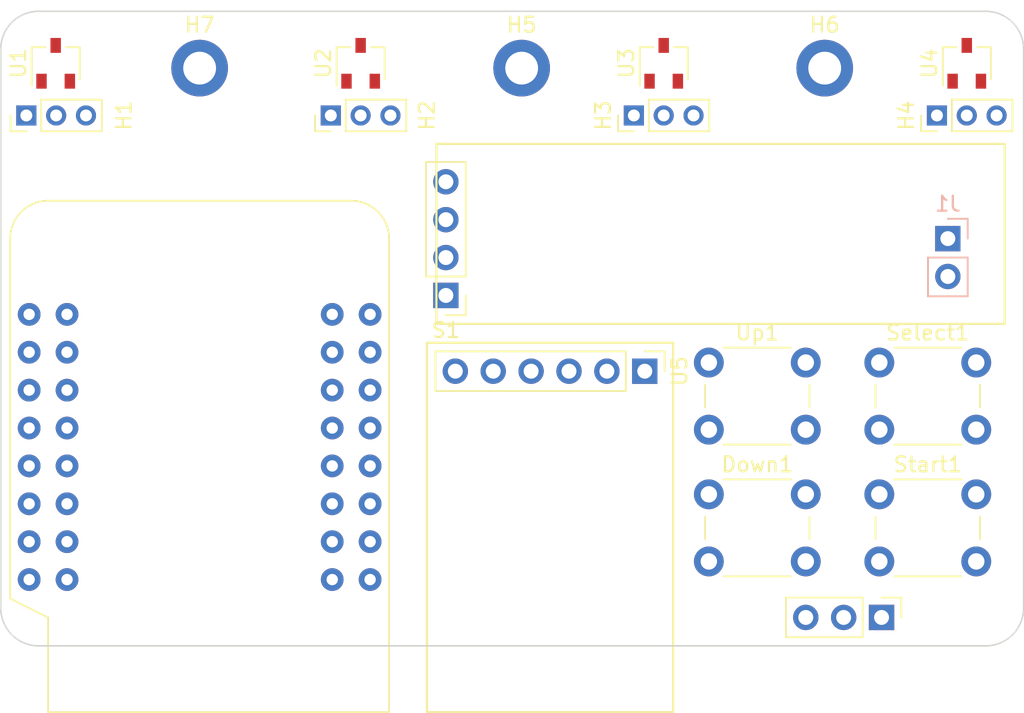
<source format=kicad_pcb>
(kicad_pcb (version 20211014) (generator pcbnew)
  (layers (0 "F.Cu" signal) (31 "B.Cu" signal) (34 "B.Paste" user) (35 "F.Paste" user) (36 "B.SilkS" user "B.Silkscreen") (37 "F.SilkS" user "F.Silkscreen") (38 "B.Mask" user) (39 "F.Mask" user) (44 "Edge.Cuts" user))
  (net 0 "")
  (net 1 "GND")
  (net 2 "/Down")
  (net 3 "+3.3V")
  (net 4 "/GPIO_2_ADC1_1")
  (net 5 "/GPIO_3_ADC1_2")
  (net 6 "/GPIO_4_ADC1_3")
  (net 7 "/GPIO_5_ADC1_4")
  (net 8 "/BatGND")
  (net 9 "/BatV3-7")
  (net 10 "+5V")
  (net 11 "/SCL33")
  (net 12 "/SDA34")
  (net 13 "/Select")
  (net 14 "/Start")
  (net 21 "/Up")
  (net 38 "/BatterPowered")
  (net 39 "/ChargingMode")
  (footprint "Connector_PinHeader_2.54mm:PinHeader_1x03_P2.54mm_Vertical" (layer "F.Cu") (at 193.04 113.03 -90)
    (fp_text reference "Switch1" hide)
    (fp_text value "SW_SPDT" hide)
    (fp_line (start -1.33 6.41) (end 1.33 6.41) (layer "F.SilkS") (width 0.12))
    (fp_line (start -1.33 1.27) (end -1.33 6.41) (layer "F.SilkS") (width 0.12))
    (fp_line (start 1.33 1.27) (end 1.33 6.41) (layer "F.SilkS") (width 0.12))
    (fp_line (start -1.33 0) (end -1.33 -1.33) (layer "F.SilkS") (width 0.12))
    (fp_line (start -1.33 -1.33) (end 0 -1.33) (layer "F.SilkS") (width 0.12))
    (fp_line (start -1.33 1.27) (end 1.33 1.27) (layer "F.SilkS") (width 0.12))
    (pad "1" thru_hole rect (at 0 0 270) (size 1.7 1.7) (drill 1) (layers *.Cu *.Mask) (net 38 "/BatterPowered"))
    (pad "2" thru_hole oval (at 0 2.54 270) (size 1.7 1.7) (drill 1) (layers *.Cu *.Mask) (net 10 "+5V"))
    (pad "3" thru_hole oval (at 0 5.08 270) (size 1.7 1.7) (drill 1) (layers *.Cu *.Mask) (net 39 "/ChargingMode"))
  )
  (footprint "MountingHole:MountingHole_2.2mm_M2_DIN965_Pad" (layer "F.Cu") (at 168.91 76.2)
    (fp_text reference "H5" (at 0 -2.9) (layer "F.SilkS"))
    (fp_text value "MountingHole_Pad" hide)
    (pad "1" thru_hole circle (at 0 0) (size 3.8 3.8) (drill 2.2) (layers *.Cu *.Mask) (net 1 "GND"))
  )
  (footprint "Connector_PinHeader_2.00mm:PinHeader_1x03_P2.00mm_Vertical" (layer "F.Cu") (at 196.755 79.375 90)
    (fp_text reference "H4" (at 0 -2.06 90) (layer "F.SilkS"))
    (fp_text value "Hall-49E" hide)
    (fp_line (start -1.06 1) (end 1.06 1) (layer "F.SilkS") (width 0.12))
    (fp_line (start -1.06 5.06) (end 1.06 5.06) (layer "F.SilkS") (width 0.12))
    (fp_line (start -1.06 1) (end -1.06 5.06) (layer "F.SilkS") (width 0.12))
    (fp_line (start -1.06 -1.06) (end 0 -1.06) (layer "F.SilkS") (width 0.12))
    (fp_line (start 1.06 1) (end 1.06 5.06) (layer "F.SilkS") (width 0.12))
    (fp_line (start -1.06 0) (end -1.06 -1.06) (layer "F.SilkS") (width 0.12))
    (pad "1" thru_hole rect (at 0 0 90) (size 1.35 1.35) (drill 0.8) (layers *.Cu *.Mask) (net 3 "+3.3V"))
    (pad "2" thru_hole oval (at 0 2 90) (size 1.35 1.35) (drill 0.8) (layers *.Cu *.Mask) (net 1 "GND"))
    (pad "3" thru_hole oval (at 0 4 90) (size 1.35 1.35) (drill 0.8) (layers *.Cu *.Mask) (net 7 "/GPIO_5_ADC1_4"))
  )
  (footprint "Button_Switch_THT:SW_PUSH_6mm" (layer "F.Cu") (at 192.89 95.94)
    (fp_text reference "Select1" (at 3.25 -2) (layer "F.SilkS"))
    (fp_text value "SW_Push" hide)
    (fp_line (start -0.25 1.5) (end -0.25 3) (layer "F.SilkS") (width 0.12))
    (fp_line (start 1 5.5) (end 5.5 5.5) (layer "F.SilkS") (width 0.12))
    (fp_line (start 6.75 3) (end 6.75 1.5) (layer "F.SilkS") (width 0.12))
    (fp_line (start 5.5 -1) (end 1 -1) (layer "F.SilkS") (width 0.12))
    (pad "1" thru_hole circle (at 0 0 90) (size 2 2) (drill 1.1) (layers *.Cu *.Mask) (net 1 "GND"))
    (pad "1" thru_hole circle (at 6.5 0 90) (size 2 2) (drill 1.1) (layers *.Cu *.Mask) (net 1 "GND"))
    (pad "2" thru_hole circle (at 6.5 4.5 90) (size 2 2) (drill 1.1) (layers *.Cu *.Mask) (net 13 "/Select"))
    (pad "2" thru_hole circle (at 0 4.5 90) (size 2 2) (drill 1.1) (layers *.Cu *.Mask) (net 13 "/Select"))
  )
  (footprint "Connector_PinHeader_2.54mm:PinHeader_1x04_P2.54mm_Vertical" (layer "F.Cu") (at 163.83 91.44 180)
    (fp_text reference "S1" (at 0 -2.33) (layer "F.SilkS"))
    (fp_text value "SSD1306")
    (fp_line (start 1.33 1.27) (end 1.33 8.95) (layer "F.SilkS") (width 0.12))
    (fp_line (start -1.33 1.27) (end -1.33 8.95) (layer "F.SilkS") (width 0.12))
    (fp_line (start -1.33 1.27) (end 1.33 1.27) (layer "F.SilkS") (width 0.12))
    (fp_line (start -1.33 8.95) (end 1.33 8.95) (layer "F.SilkS") (width 0.12))
    (fp_line (start -1.33 -1.33) (end 0 -1.33) (layer "F.SilkS") (width 0.12))
    (fp_line (start -1.33 0) (end -1.33 -1.33) (layer "F.SilkS") (width 0.12))
    (pad "1" thru_hole rect (at 0 0 180) (size 1.7 1.7) (drill 1) (layers *.Cu *.Mask) (net 1 "GND"))
    (pad "2" thru_hole oval (at 0 2.54 180) (size 1.7 1.7) (drill 1) (layers *.Cu *.Mask) (net 10 "+5V"))
    (pad "3" thru_hole oval (at 0 5.08 180) (size 1.7 1.7) (drill 1) (layers *.Cu *.Mask) (net 11 "/SCL33"))
    (pad "4" thru_hole oval (at 0 7.62 180) (size 1.7 1.7) (drill 1) (layers *.Cu *.Mask) (net 12 "/SDA34"))
  )
  (footprint "Connector_PinHeader_2.00mm:PinHeader_1x03_P2.00mm_Vertical" (layer "F.Cu") (at 156.115 79.375 90)
    (fp_text reference "H2" (at 0 6.445 90) (layer "F.SilkS"))
    (fp_text value "Hall-49E" hide)
    (fp_line (start -1.06 0) (end -1.06 -1.06) (layer "F.SilkS") (width 0.12))
    (fp_line (start -1.06 1) (end 1.06 1) (layer "F.SilkS") (width 0.12))
    (fp_line (start 1.06 1) (end 1.06 5.06) (layer "F.SilkS") (width 0.12))
    (fp_line (start -1.06 5.06) (end 1.06 5.06) (layer "F.SilkS") (width 0.12))
    (fp_line (start -1.06 -1.06) (end 0 -1.06) (layer "F.SilkS") (width 0.12))
    (fp_line (start -1.06 1) (end -1.06 5.06) (layer "F.SilkS") (width 0.12))
    (pad "1" thru_hole rect (at 0 0 90) (size 1.35 1.35) (drill 0.8) (layers *.Cu *.Mask) (net 3 "+3.3V"))
    (pad "2" thru_hole oval (at 0 2 90) (size 1.35 1.35) (drill 0.8) (layers *.Cu *.Mask) (net 1 "GND"))
    (pad "3" thru_hole oval (at 0 4 90) (size 1.35 1.35) (drill 0.8) (layers *.Cu *.Mask) (net 5 "/GPIO_3_ADC1_2"))
  )
  (footprint "Connector_PinHeader_2.00mm:PinHeader_1x03_P2.00mm_Vertical" (layer "F.Cu") (at 176.435 79.375 90)
    (fp_text reference "H3" (at 0 -2.06 90) (layer "F.SilkS"))
    (fp_text value "Hall-49E" hide)
    (fp_line (start -1.06 1) (end 1.06 1) (layer "F.SilkS") (width 0.12))
    (fp_line (start -1.06 -1.06) (end 0 -1.06) (layer "F.SilkS") (width 0.12))
    (fp_line (start -1.06 5.06) (end 1.06 5.06) (layer "F.SilkS") (width 0.12))
    (fp_line (start -1.06 0) (end -1.06 -1.06) (layer "F.SilkS") (width 0.12))
    (fp_line (start -1.06 1) (end -1.06 5.06) (layer "F.SilkS") (width 0.12))
    (fp_line (start 1.06 1) (end 1.06 5.06) (layer "F.SilkS") (width 0.12))
    (pad "1" thru_hole rect (at 0 0 90) (size 1.35 1.35) (drill 0.8) (layers *.Cu *.Mask) (net 3 "+3.3V"))
    (pad "2" thru_hole oval (at 0 2 90) (size 1.35 1.35) (drill 0.8) (layers *.Cu *.Mask) (net 1 "GND"))
    (pad "3" thru_hole oval (at 0 4 90) (size 1.35 1.35) (drill 0.8) (layers *.Cu *.Mask) (net 6 "/GPIO_4_ADC1_3"))
  )
  (footprint "Button_Switch_THT:SW_PUSH_6mm" (layer "F.Cu") (at 181.46 95.94)
    (fp_text reference "Up1" (at 3.25 -2) (layer "F.SilkS"))
    (fp_text value "SW_Push" hide)
    (fp_line (start -0.25 1.5) (end -0.25 3) (layer "F.SilkS") (width 0.12))
    (fp_line (start 1 5.5) (end 5.5 5.5) (layer "F.SilkS") (width 0.12))
    (fp_line (start 6.75 3) (end 6.75 1.5) (layer "F.SilkS") (width 0.12))
    (fp_line (start 5.5 -1) (end 1 -1) (layer "F.SilkS") (width 0.12))
    (pad "1" thru_hole circle (at 6.5 0 90) (size 2 2) (drill 1.1) (layers *.Cu *.Mask) (net 1 "GND"))
    (pad "1" thru_hole circle (at 0 0 90) (size 2 2) (drill 1.1) (layers *.Cu *.Mask) (net 1 "GND"))
    (pad "2" thru_hole circle (at 6.5 4.5 90) (size 2 2) (drill 1.1) (layers *.Cu *.Mask) (net 21 "/Up"))
    (pad "2" thru_hole circle (at 0 4.5 90) (size 2 2) (drill 1.1) (layers *.Cu *.Mask) (net 21 "/Up"))
  )
  (footprint "Package_TO_SOT_SMD:SOT-23W" (layer "F.Cu") (at 137.668 75.876 90)
    (fp_text reference "U1" (at 0 -2.5 90) (layer "F.SilkS"))
    (fp_text value "A1101ELHL" hide)
    (fp_line (start 1.075 0.7) (end 1.075 1.61) (layer "F.SilkS") (width 0.12))
    (fp_line (start -1.5 -1.61) (end 1.075 -1.61) (layer "F.SilkS") (width 0.12))
    (fp_line (start 1.075 -1.61) (end 1.075 -0.7) (layer "F.SilkS") (width 0.12))
    (fp_line (start -1.075 1.61) (end 1.075 1.61) (layer "F.SilkS") (width 0.12))
    (pad "1" smd rect (at -1.2 -0.95 90) (size 1 0.7) (layers "F.Cu" "F.Paste" "F.Mask"))
    (pad "2" smd rect (at -1.2 0.95 90) (size 1 0.7) (layers "F.Cu" "F.Paste" "F.Mask") (net 4 "/GPIO_2_ADC1_1"))
    (pad "3" smd rect (at 1.2 0 90) (size 1 0.7) (layers "F.Cu" "F.Paste" "F.Mask") (net 1 "GND"))
  )
  (footprint "Button_Switch_THT:SW_PUSH_6mm" (layer "F.Cu") (at 181.46 104.775)
    (fp_text reference "Down1" (at 3.25 -2) (layer "F.SilkS"))
    (fp_text value "SW_Push" hide)
    (fp_line (start 6.75 3) (end 6.75 1.5) (layer "F.SilkS") (width 0.12))
    (fp_line (start 5.5 -1) (end 1 -1) (layer "F.SilkS") (width 0.12))
    (fp_line (start 1 5.5) (end 5.5 5.5) (layer "F.SilkS") (width 0.12))
    (fp_line (start -0.25 1.5) (end -0.25 3) (layer "F.SilkS") (width 0.12))
    (pad "1" thru_hole circle (at 6.5 0 90) (size 2 2) (drill 1.1) (layers *.Cu *.Mask) (net 1 "GND"))
    (pad "1" thru_hole circle (at 0 0 90) (size 2 2) (drill 1.1) (layers *.Cu *.Mask) (net 1 "GND"))
    (pad "2" thru_hole circle (at 0 4.5 90) (size 2 2) (drill 1.1) (layers *.Cu *.Mask) (net 2 "/Down"))
    (pad "2" thru_hole circle (at 6.5 4.5 90) (size 2 2) (drill 1.1) (layers *.Cu *.Mask) (net 2 "/Down"))
  )
  (footprint "Package_TO_SOT_SMD:SOT-23W" (layer "F.Cu") (at 158.115 75.876 90)
    (fp_text reference "U2" (at 0 -2.5 90) (layer "F.SilkS"))
    (fp_text value "A1101ELHL" hide)
    (fp_line (start 1.075 -1.61) (end 1.075 -0.7) (layer "F.SilkS") (width 0.12))
    (fp_line (start 1.075 0.7) (end 1.075 1.61) (layer "F.SilkS") (width 0.12))
    (fp_line (start -1.075 1.61) (end 1.075 1.61) (layer "F.SilkS") (width 0.12))
    (fp_line (start -1.5 -1.61) (end 1.075 -1.61) (layer "F.SilkS") (width 0.12))
    (pad "1" smd rect (at -1.2 -0.95 90) (size 1 0.7) (layers "F.Cu" "F.Paste" "F.Mask"))
    (pad "2" smd rect (at -1.2 0.95 90) (size 1 0.7) (layers "F.Cu" "F.Paste" "F.Mask") (net 5 "/GPIO_3_ADC1_2"))
    (pad "3" smd rect (at 1.2 0 90) (size 1 0.7) (layers "F.Cu" "F.Paste" "F.Mask") (net 1 "GND"))
  )
  (footprint "MountingHole:MountingHole_2.2mm_M2_DIN965_Pad" (layer "F.Cu") (at 147.32 76.2)
    (fp_text reference "H7" (at 0 -2.9) (layer "F.SilkS"))
    (fp_text value "MountingHole_Pad" hide)
    (pad "1" thru_hole circle (at 0 0) (size 3.8 3.8) (drill 2.2) (layers *.Cu *.Mask) (net 1 "GND"))
  )
  (footprint "MountingHole:MountingHole_2.2mm_M2_DIN965_Pad" (layer "F.Cu") (at 189.23 76.2)
    (fp_text reference "H6" (at 0 -2.9) (layer "F.SilkS"))
    (fp_text value "MountingHole_Pad" hide)
    (pad "1" thru_hole circle (at 0 0) (size 3.8 3.8) (drill 2.2) (layers *.Cu *.Mask) (net 1 "GND"))
  )
  (footprint "Package_TO_SOT_SMD:SOT-23W" (layer "F.Cu") (at 198.755 75.876 90)
    (fp_text reference "U4" (at 0 -2.5 90) (layer "F.SilkS"))
    (fp_text value "A1101ELHL" hide)
    (fp_line (start 1.075 -1.61) (end 1.075 -0.7) (layer "F.SilkS") (width 0.12))
    (fp_line (start -1.5 -1.61) (end 1.075 -1.61) (layer "F.SilkS") (width 0.12))
    (fp_line (start -1.075 1.61) (end 1.075 1.61) (layer "F.SilkS") (width 0.12))
    (fp_line (start 1.075 0.7) (end 1.075 1.61) (layer "F.SilkS") (width 0.12))
    (pad "1" smd rect (at -1.2 -0.95 90) (size 1 0.7) (layers "F.Cu" "F.Paste" "F.Mask"))
    (pad "2" smd rect (at -1.2 0.95 90) (size 1 0.7) (layers "F.Cu" "F.Paste" "F.Mask") (net 7 "/GPIO_5_ADC1_4"))
    (pad "3" smd rect (at 1.2 0 90) (size 1 0.7) (layers "F.Cu" "F.Paste" "F.Mask") (net 1 "GND"))
  )
  (footprint "Package_TO_SOT_SMD:SOT-23W" (layer "F.Cu") (at 178.435 75.876 90)
    (fp_text reference "U3" (at 0 -2.5 90) (layer "F.SilkS"))
    (fp_text value "A1101ELHL")
    (fp_line (start -1.075 1.61) (end 1.075 1.61) (layer "F.SilkS") (width 0.12))
    (fp_line (start -1.5 -1.61) (end 1.075 -1.61) (layer "F.SilkS") (width 0.12))
    (fp_line (start 1.075 -1.61) (end 1.075 -0.7) (layer "F.SilkS") (width 0.12))
    (fp_line (start 1.075 0.7) (end 1.075 1.61) (layer "F.SilkS") (width 0.12))
    (pad "1" smd rect (at -1.2 -0.95 90) (size 1 0.7) (layers "F.Cu" "F.Paste" "F.Mask"))
    (pad "2" smd rect (at -1.2 0.95 90) (size 1 0.7) (layers "F.Cu" "F.Paste" "F.Mask") (net 6 "/GPIO_4_ADC1_3"))
    (pad "3" smd rect (at 1.2 0 90) (size 1 0.7) (layers "F.Cu" "F.Paste" "F.Mask") (net 1 "GND"))
  )
  (footprint "Button_Switch_THT:SW_PUSH_6mm" (layer "F.Cu") (at 192.89 104.775)
    (fp_text reference "Start1" (at 3.25 -2) (layer "F.SilkS"))
    (fp_text value "SW_Push" hide)
    (fp_line (start 6.75 3) (end 6.75 1.5) (layer "F.SilkS") (width 0.12))
    (fp_line (start 1 5.5) (end 5.5 5.5) (layer "F.SilkS") (width 0.12))
    (fp_line (start -0.25 1.5) (end -0.25 3) (layer "F.SilkS") (width 0.12))
    (fp_line (start 5.5 -1) (end 1 -1) (layer "F.SilkS") (width 0.12))
    (pad "1" thru_hole circle (at 6.5 0 90) (size 2 2) (drill 1.1) (layers *.Cu *.Mask) (net 1 "GND"))
    (pad "1" thru_hole circle (at 0 0 90) (size 2 2) (drill 1.1) (layers *.Cu *.Mask) (net 1 "GND"))
    (pad "2" thru_hole circle (at 6.5 4.5 90) (size 2 2) (drill 1.1) (layers *.Cu *.Mask) (net 14 "/Start"))
    (pad "2" thru_hole circle (at 0 4.5 90) (size 2 2) (drill 1.1) (layers *.Cu *.Mask) (net 14 "/Start"))
  )
  (footprint "Connector_PinHeader_2.00mm:PinHeader_1x03_P2.00mm_Vertical" (layer "F.Cu") (at 135.7 79.375 90)
    (fp_text reference "H1" (at 0 6.54 90) (layer "F.SilkS"))
    (fp_text value "Hall-49E" hide)
    (fp_line (start -1.06 1) (end 1.06 1) (layer "F.SilkS") (width 0.12))
    (fp_line (start -1.06 5.06) (end 1.06 5.06) (layer "F.SilkS") (width 0.12))
    (fp_line (start -1.06 -1.06) (end 0 -1.06) (layer "F.SilkS") (width 0.12))
    (fp_line (start 1.06 1) (end 1.06 5.06) (layer "F.SilkS") (width 0.12))
    (fp_line (start -1.06 0) (end -1.06 -1.06) (layer "F.SilkS") (width 0.12))
    (fp_line (start -1.06 1) (end -1.06 5.06) (layer "F.SilkS") (width 0.12))
    (pad "1" thru_hole rect (at 0 0 90) (size 1.35 1.35) (drill 0.8) (layers *.Cu *.Mask) (net 3 "+3.3V"))
    (pad "2" thru_hole oval (at 0 2 90) (size 1.35 1.35) (drill 0.8) (layers *.Cu *.Mask) (net 1 "GND"))
    (pad "3" thru_hole oval (at 0 4 90) (size 1.35 1.35) (drill 0.8) (layers *.Cu *.Mask) (net 4 "/GPIO_2_ADC1_1"))
  )
  (footprint "Connector_PinHeader_2.54mm:PinHeader_1x06_P2.54mm_Vertical" (layer "F.Cu") (at 177.165 96.52 -90)
    (fp_text reference "U5" (at 0 -2.33 90) (layer "F.SilkS"))
    (fp_text value "Charge37lion")
    (fp_line (start -1.33 14.03) (end 1.33 14.03) (layer "F.SilkS") (width 0.12))
    (fp_line (start 1.33 1.27) (end 1.33 14.03) (layer "F.SilkS") (width 0.12))
    (fp_line (start -1.33 0) (end -1.33 -1.33) (layer "F.SilkS") (width 0.12))
    (fp_line (start -1.33 1.27) (end -1.33 14.03) (layer "F.SilkS") (width 0.12))
    (fp_line (start -1.33 -1.33) (end 0 -1.33) (layer "F.SilkS") (width 0.12))
    (fp_line (start -1.33 1.27) (end 1.33 1.27) (layer "F.SilkS") (width 0.12))
    (pad "1" thru_hole rect (at 0 0 270) (size 1.7 1.7) (drill 1) (layers *.Cu *.Mask) (net 39 "/ChargingMode"))
    (pad "2" thru_hole oval (at 0 2.54 270) (size 1.7 1.7) (drill 1) (layers *.Cu *.Mask) (net 1 "GND"))
    (pad "3" thru_hole oval (at 0 5.08 270) (size 1.7 1.7) (drill 1) (layers *.Cu *.Mask) (net 8 "/BatGND"))
    (pad "4" thru_hole oval (at 0 7.62 270) (size 1.7 1.7) (drill 1) (layers *.Cu *.Mask) (net 9 "/BatV3-7"))
    (pad "5" thru_hole oval (at 0 10.16 270) (size 1.7 1.7) (drill 1) (layers *.Cu *.Mask) (net 8 "/BatGND"))
    (pad "6" thru_hole oval (at 0 12.7 270) (size 1.7 1.7) (drill 1) (layers *.Cu *.Mask) (net 38 "/BatterPowered"))
  )
  (footprint "00OpenMuscleFootprint:ESP32-S2-Mini" (layer "F.Cu") (at 148.59 81.28)
    (fp_text reference "U6" hide)
    (fp_text value "EPS32-S2-Mini")
    (fp_line (start 11.43 6.35) (end 11.43 38.1) (layer "F.SilkS") (width 0.12))
    (fp_line (start -11.43 31.75) (end -13.97 30.48) (layer "F.SilkS") (width 0.12))
    (fp_line (start 11.43 38.1) (end -11.43 38.1) (layer "F.SilkS") (width 0.12))
    (fp_line (start -11.43 38.1) (end -11.43 31.75) (layer "F.SilkS") (width 0.12))
    (fp_line (start -13.97 30.48) (end -13.97 6.35) (layer "F.SilkS") (width 0.12))
    (fp_line (start -11.43 3.81) (end 8.89 3.81) (layer "F.SilkS") (width 0.12))
    (fp_arc (start 8.89 3.81) (mid 10.686051 4.553949) (end 11.43 6.35) (layer "F.SilkS") (width 0.12))
    (fp_arc (start -13.97 6.35) (mid -13.226051 4.553949) (end -11.43 3.81) (layer "F.SilkS") (width 0.12))
    (pad "0" thru_hole circle (at -12.7 11.43) (size 1.524 1.524) (drill 0.762) (layers *.Cu *.Mask))
    (pad "1" thru_hole circle (at -10.16 11.43) (size 1.524 1.524) (drill 0.762) (layers *.Cu *.Mask))
    (pad "2" thru_hole circle (at -10.16 13.97) (size 1.524 1.524) (drill 0.762) (layers *.Cu *.Mask) (net 4 "/GPIO_2_ADC1_1"))
    (pad "3" thru_hole circle (at -12.7 13.97) (size 1.524 1.524) (drill 0.762) (layers *.Cu *.Mask) (net 5 "/GPIO_3_ADC1_2"))
    (pad "4" thru_hole circle (at -10.16 16.51) (size 1.524 1.524) (drill 0.762) (layers *.Cu *.Mask) (net 6 "/GPIO_4_ADC1_3"))
    (pad "5" thru_hole circle (at -12.7 16.51) (size 1.524 1.524) (drill 0.762) (layers *.Cu *.Mask) (net 7 "/GPIO_5_ADC1_4"))
    (pad "6" thru_hole circle (at -10.16 19.05) (size 1.524 1.524) (drill 0.762) (layers *.Cu *.Mask))
    (pad "7" thru_hole circle (at -12.7 19.05) (size 1.524 1.524) (drill 0.762) (layers *.Cu *.Mask) (net 14 "/Start"))
    (pad "8" thru_hole circle (at -10.16 21.59) (size 1.524 1.524) (drill 0.762) (layers *.Cu *.Mask) (net 13 "/Select"))
    (pad "9" thru_hole circle (at -12.7 21.59) (size 1.524 1.524) (drill 0.762) (layers *.Cu *.Mask) (net 2 "/Down"))
    (pad "10" thru_hole circle (at -10.16 24.13) (size 1.524 1.524) (drill 0.762) (layers *.Cu *.Mask) (net 21 "/Up"))
    (pad "11" thru_hole circle (at -12.7 24.13) (size 1.524 1.524) (drill 0.762) (layers *.Cu *.Mask))
    (pad "12" thru_hole circle (at -12.7 26.67) (size 1.524 1.524) (drill 0.762) (layers *.Cu *.Mask))
    (pad "13" thru_hole circle (at -10.16 26.67) (size 1.524 1.524) (drill 0.762) (layers *.Cu *.Mask))
    (pad "14" thru_hole circle (at -10.16 29.21) (size 1.524 1.524) (drill 0.762) (layers *.Cu *.Mask))
    (pad "15" thru_hole circle (at 7.62 29.21) (size 1.524 1.524) (drill 0.762) (layers *.Cu *.Mask))
    (pad "16" thru_hole circle (at 10.16 24.13) (size 1.524 1.524) (drill 0.762) (layers *.Cu *.Mask))
    (pad "17" thru_hole circle (at 7.62 24.13) (size 1.524 1.524) (drill 0.762) (layers *.Cu *.Mask))
    (pad "18" thru_hole circle (at 10.16 21.59) (size 1.524 1.524) (drill 0.762) (layers *.Cu *.Mask))
    (pad "21" thru_hole circle (at 7.62 21.59) (size 1.524 1.524) (drill 0.762) (layers *.Cu *.Mask))
    (pad "33" thru_hole circle (at 10.16 19.05) (size 1.524 1.524) (drill 0.762) (layers *.Cu *.Mask) (net 11 "/SCL33"))
    (pad "34" thru_hole circle (at 7.62 19.05) (size 1.524 1.524) (drill 0.762) (layers *.Cu *.Mask) (net 12 "/SDA34"))
    (pad "35" thru_hole circle (at 10.16 16.51) (size 1.524 1.524) (drill 0.762) (layers *.Cu *.Mask))
    (pad "36" thru_hole circle (at 7.62 16.51) (size 1.524 1.524) (drill 0.762) (layers *.Cu *.Mask))
    (pad "37" thru_hole circle (at 10.16 13.97) (size 1.524 1.524) (drill 0.762) (layers *.Cu *.Mask))
    (pad "38" thru_hole circle (at 7.62 13.97) (size 1.524 1.524) (drill 0.762) (layers *.Cu *.Mask))
    (pad "39" thru_hole circle (at 10.16 11.43) (size 1.524 1.524) (drill 0.762) (layers *.Cu *.Mask))
    (pad "40" thru_hole circle (at 7.62 11.43) (size 1.524 1.524) (drill 0.762) (layers *.Cu *.Mask))
    (pad "129" thru_hole circle (at 7.62 26.67) (size 1.524 1.524) (drill 0.762) (layers *.Cu *.Mask) (net 1 "GND"))
    (pad "130" thru_hole circle (at 10.16 26.67) (size 1.524 1.524) (drill 0.762) (layers *.Cu *.Mask) (net 1 "GND"))
    (pad "133" thru_hole circle (at -12.7 29.21) (size 1.524 1.524) (drill 0.762) (layers *.Cu *.Mask) (net 3 "+3.3V"))
    (pad "150" thru_hole circle (at 10.16 29.21) (size 1.524 1.524) (drill 0.762) (layers *.Cu *.Mask) (net 10 "+5V"))
  )
  (footprint "Connector_PinHeader_2.54mm:PinHeader_1x02_P2.54mm_Vertical" (layer "B.Cu") (at 197.485 87.63 180)
    (fp_text reference "J1" (at 0 2.33) (layer "B.SilkS") (effects (justify mirror)))
    (fp_text value "Conn_01x02")
    (fp_line (start -1.33 -3.87) (end 1.33 -3.87) (layer "B.SilkS") (width 0.12))
    (fp_line (start -1.33 1.33) (end 0 1.33) (layer "B.SilkS") (width 0.12))
    (fp_line (start -1.33 -1.27) (end -1.33 -3.87) (layer "B.SilkS") (width 0.12))
    (fp_line (start 1.33 -1.27) (end 1.33 -3.87) (layer "B.SilkS") (width 0.12))
    (fp_line (start -1.33 -1.27) (end 1.33 -1.27) (layer "B.SilkS") (width 0.12))
    (fp_line (start -1.33 0) (end -1.33 1.33) (layer "B.SilkS") (width 0.12))
    (pad "1" thru_hole rect (at 0 0 180) (size 1.7 1.7) (drill 1) (layers *.Cu *.Mask) (net 8 "/BatGND"))
    (pad "2" thru_hole oval (at 0 -2.54 180) (size 1.7 1.7) (drill 1) (layers *.Cu *.Mask) (net 9 "/BatV3-7"))
  )
  (gr_rect (start 163.195 81.28) (end 201.295 93.345) (layer "F.SilkS") (width 0.15) (fill none))
  (gr_rect (start 162.56 94.615) (end 179.07 119.38) (layer "F.SilkS") (width 0.15) (fill none))
  (gr_line (start 136.525 72.39) (end 200.025 72.39) (layer "Edge.Cuts") (width 0.1))
  (gr_arc (start 133.985 74.93) (mid 134.728949 73.133949) (end 136.525 72.39) (layer "Edge.Cuts") (width 0.1))
  (gr_line (start 133.985 112.395) (end 133.985 74.93) (layer "Edge.Cuts") (width 0.1))
  (gr_arc (start 136.525 114.935) (mid 134.728949 114.191051) (end 133.985 112.395) (layer "Edge.Cuts") (width 0.1))
  (gr_arc (start 200.025 72.39) (mid 201.821051 73.133949) (end 202.565 74.93) (layer "Edge.Cuts") (width 0.1))
  (gr_line (start 202.565 74.93) (end 202.565 112.395) (layer "Edge.Cuts") (width 0.1))
  (gr_arc (start 202.565 112.395) (mid 201.821051 114.191051) (end 200.025 114.935) (layer "Edge.Cuts") (width 0.1))
  (gr_line (start 200.025 114.935) (end 136.525 114.935) (layer "Edge.Cuts") (width 0.1))
)
</source>
